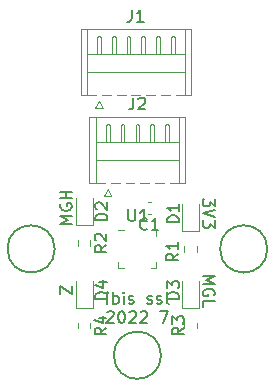
<source format=gbr>
%TF.GenerationSoftware,KiCad,Pcbnew,(6.0.5)*%
%TF.CreationDate,2022-08-05T23:57:32+09:00*%
%TF.ProjectId,ORION_enc_v1,4f52494f-4e5f-4656-9e63-5f76312e6b69,rev?*%
%TF.SameCoordinates,Original*%
%TF.FileFunction,Legend,Top*%
%TF.FilePolarity,Positive*%
%FSLAX46Y46*%
G04 Gerber Fmt 4.6, Leading zero omitted, Abs format (unit mm)*
G04 Created by KiCad (PCBNEW (6.0.5)) date 2022-08-05 23:57:32*
%MOMM*%
%LPD*%
G01*
G04 APERTURE LIST*
%ADD10C,0.150000*%
%ADD11C,0.120000*%
G04 APERTURE END LIST*
D10*
X80000000Y-64000000D02*
G75*
G03*
X80000000Y-64000000I-2000000J0D01*
G01*
X71000000Y-73000000D02*
G75*
G03*
X71000000Y-73000000I-2000000J0D01*
G01*
X62000000Y-64000000D02*
G75*
G03*
X62000000Y-64000000I-2000000J0D01*
G01*
X66452380Y-68647380D02*
X66452380Y-67980714D01*
X66452380Y-67647380D02*
X66404761Y-67695000D01*
X66452380Y-67742619D01*
X66500000Y-67695000D01*
X66452380Y-67647380D01*
X66452380Y-67742619D01*
X66928571Y-68647380D02*
X66928571Y-67647380D01*
X66928571Y-68028333D02*
X67023809Y-67980714D01*
X67214285Y-67980714D01*
X67309523Y-68028333D01*
X67357142Y-68075952D01*
X67404761Y-68171190D01*
X67404761Y-68456904D01*
X67357142Y-68552142D01*
X67309523Y-68599761D01*
X67214285Y-68647380D01*
X67023809Y-68647380D01*
X66928571Y-68599761D01*
X67833333Y-68647380D02*
X67833333Y-67980714D01*
X67833333Y-67647380D02*
X67785714Y-67695000D01*
X67833333Y-67742619D01*
X67880952Y-67695000D01*
X67833333Y-67647380D01*
X67833333Y-67742619D01*
X68261904Y-68599761D02*
X68357142Y-68647380D01*
X68547619Y-68647380D01*
X68642857Y-68599761D01*
X68690476Y-68504523D01*
X68690476Y-68456904D01*
X68642857Y-68361666D01*
X68547619Y-68314047D01*
X68404761Y-68314047D01*
X68309523Y-68266428D01*
X68261904Y-68171190D01*
X68261904Y-68123571D01*
X68309523Y-68028333D01*
X68404761Y-67980714D01*
X68547619Y-67980714D01*
X68642857Y-68028333D01*
X69833333Y-68599761D02*
X69928571Y-68647380D01*
X70119047Y-68647380D01*
X70214285Y-68599761D01*
X70261904Y-68504523D01*
X70261904Y-68456904D01*
X70214285Y-68361666D01*
X70119047Y-68314047D01*
X69976190Y-68314047D01*
X69880952Y-68266428D01*
X69833333Y-68171190D01*
X69833333Y-68123571D01*
X69880952Y-68028333D01*
X69976190Y-67980714D01*
X70119047Y-67980714D01*
X70214285Y-68028333D01*
X70642857Y-68599761D02*
X70738095Y-68647380D01*
X70928571Y-68647380D01*
X71023809Y-68599761D01*
X71071428Y-68504523D01*
X71071428Y-68456904D01*
X71023809Y-68361666D01*
X70928571Y-68314047D01*
X70785714Y-68314047D01*
X70690476Y-68266428D01*
X70642857Y-68171190D01*
X70642857Y-68123571D01*
X70690476Y-68028333D01*
X70785714Y-67980714D01*
X70928571Y-67980714D01*
X71023809Y-68028333D01*
X71642857Y-68647380D02*
X71547619Y-68599761D01*
X71500000Y-68504523D01*
X71500000Y-67647380D01*
X66428571Y-69352619D02*
X66476190Y-69305000D01*
X66571428Y-69257380D01*
X66809523Y-69257380D01*
X66904761Y-69305000D01*
X66952380Y-69352619D01*
X67000000Y-69447857D01*
X67000000Y-69543095D01*
X66952380Y-69685952D01*
X66380952Y-70257380D01*
X67000000Y-70257380D01*
X67619047Y-69257380D02*
X67714285Y-69257380D01*
X67809523Y-69305000D01*
X67857142Y-69352619D01*
X67904761Y-69447857D01*
X67952380Y-69638333D01*
X67952380Y-69876428D01*
X67904761Y-70066904D01*
X67857142Y-70162142D01*
X67809523Y-70209761D01*
X67714285Y-70257380D01*
X67619047Y-70257380D01*
X67523809Y-70209761D01*
X67476190Y-70162142D01*
X67428571Y-70066904D01*
X67380952Y-69876428D01*
X67380952Y-69638333D01*
X67428571Y-69447857D01*
X67476190Y-69352619D01*
X67523809Y-69305000D01*
X67619047Y-69257380D01*
X68333333Y-69352619D02*
X68380952Y-69305000D01*
X68476190Y-69257380D01*
X68714285Y-69257380D01*
X68809523Y-69305000D01*
X68857142Y-69352619D01*
X68904761Y-69447857D01*
X68904761Y-69543095D01*
X68857142Y-69685952D01*
X68285714Y-70257380D01*
X68904761Y-70257380D01*
X69285714Y-69352619D02*
X69333333Y-69305000D01*
X69428571Y-69257380D01*
X69666666Y-69257380D01*
X69761904Y-69305000D01*
X69809523Y-69352619D01*
X69857142Y-69447857D01*
X69857142Y-69543095D01*
X69809523Y-69685952D01*
X69238095Y-70257380D01*
X69857142Y-70257380D01*
X70952380Y-69257380D02*
X71619047Y-69257380D01*
X71190476Y-70257380D01*
X74547619Y-66261904D02*
X75547619Y-66261904D01*
X74833333Y-66595238D01*
X75547619Y-66928571D01*
X74547619Y-66928571D01*
X75500000Y-67928571D02*
X75547619Y-67833333D01*
X75547619Y-67690476D01*
X75500000Y-67547619D01*
X75404761Y-67452380D01*
X75309523Y-67404761D01*
X75119047Y-67357142D01*
X74976190Y-67357142D01*
X74785714Y-67404761D01*
X74690476Y-67452380D01*
X74595238Y-67547619D01*
X74547619Y-67690476D01*
X74547619Y-67785714D01*
X74595238Y-67928571D01*
X74642857Y-67976190D01*
X74976190Y-67976190D01*
X74976190Y-67785714D01*
X74547619Y-68880952D02*
X74547619Y-68404761D01*
X75547619Y-68404761D01*
X63452380Y-61857142D02*
X62452380Y-61857142D01*
X63166666Y-61523809D01*
X62452380Y-61190476D01*
X63452380Y-61190476D01*
X62500000Y-60190476D02*
X62452380Y-60285714D01*
X62452380Y-60428571D01*
X62500000Y-60571428D01*
X62595238Y-60666666D01*
X62690476Y-60714285D01*
X62880952Y-60761904D01*
X63023809Y-60761904D01*
X63214285Y-60714285D01*
X63309523Y-60666666D01*
X63404761Y-60571428D01*
X63452380Y-60428571D01*
X63452380Y-60333333D01*
X63404761Y-60190476D01*
X63357142Y-60142857D01*
X63023809Y-60142857D01*
X63023809Y-60333333D01*
X63452380Y-59714285D02*
X62452380Y-59714285D01*
X62928571Y-59714285D02*
X62928571Y-59142857D01*
X63452380Y-59142857D02*
X62452380Y-59142857D01*
X75547619Y-59761904D02*
X75547619Y-60380952D01*
X75166666Y-60047619D01*
X75166666Y-60190476D01*
X75119047Y-60285714D01*
X75071428Y-60333333D01*
X74976190Y-60380952D01*
X74738095Y-60380952D01*
X74642857Y-60333333D01*
X74595238Y-60285714D01*
X74547619Y-60190476D01*
X74547619Y-59904761D01*
X74595238Y-59809523D01*
X74642857Y-59761904D01*
X75547619Y-60666666D02*
X74547619Y-61000000D01*
X75547619Y-61333333D01*
X75547619Y-61571428D02*
X75547619Y-62190476D01*
X75166666Y-61857142D01*
X75166666Y-62000000D01*
X75119047Y-62095238D01*
X75071428Y-62142857D01*
X74976190Y-62190476D01*
X74738095Y-62190476D01*
X74642857Y-62142857D01*
X74595238Y-62095238D01*
X74547619Y-62000000D01*
X74547619Y-61714285D01*
X74595238Y-61619047D01*
X74642857Y-61571428D01*
X62452380Y-67833333D02*
X62452380Y-67166666D01*
X63452380Y-67833333D01*
X63452380Y-67166666D01*
%TO.C,D3*%
X72522380Y-68238095D02*
X71522380Y-68238095D01*
X71522380Y-68000000D01*
X71570000Y-67857142D01*
X71665238Y-67761904D01*
X71760476Y-67714285D01*
X71950952Y-67666666D01*
X72093809Y-67666666D01*
X72284285Y-67714285D01*
X72379523Y-67761904D01*
X72474761Y-67857142D01*
X72522380Y-68000000D01*
X72522380Y-68238095D01*
X71522380Y-67333333D02*
X71522380Y-66714285D01*
X71903333Y-67047619D01*
X71903333Y-66904761D01*
X71950952Y-66809523D01*
X71998571Y-66761904D01*
X72093809Y-66714285D01*
X72331904Y-66714285D01*
X72427142Y-66761904D01*
X72474761Y-66809523D01*
X72522380Y-66904761D01*
X72522380Y-67190476D01*
X72474761Y-67285714D01*
X72427142Y-67333333D01*
%TO.C,J1*%
X68536666Y-43752380D02*
X68536666Y-44466666D01*
X68489047Y-44609523D01*
X68393809Y-44704761D01*
X68250952Y-44752380D01*
X68155714Y-44752380D01*
X69536666Y-44752380D02*
X68965238Y-44752380D01*
X69250952Y-44752380D02*
X69250952Y-43752380D01*
X69155714Y-43895238D01*
X69060476Y-43990476D01*
X68965238Y-44038095D01*
%TO.C,D1*%
X72522380Y-61738095D02*
X71522380Y-61738095D01*
X71522380Y-61500000D01*
X71570000Y-61357142D01*
X71665238Y-61261904D01*
X71760476Y-61214285D01*
X71950952Y-61166666D01*
X72093809Y-61166666D01*
X72284285Y-61214285D01*
X72379523Y-61261904D01*
X72474761Y-61357142D01*
X72522380Y-61500000D01*
X72522380Y-61738095D01*
X72522380Y-60214285D02*
X72522380Y-60785714D01*
X72522380Y-60500000D02*
X71522380Y-60500000D01*
X71665238Y-60595238D01*
X71760476Y-60690476D01*
X71808095Y-60785714D01*
%TO.C,D4*%
X66452380Y-68238095D02*
X65452380Y-68238095D01*
X65452380Y-68000000D01*
X65500000Y-67857142D01*
X65595238Y-67761904D01*
X65690476Y-67714285D01*
X65880952Y-67666666D01*
X66023809Y-67666666D01*
X66214285Y-67714285D01*
X66309523Y-67761904D01*
X66404761Y-67857142D01*
X66452380Y-68000000D01*
X66452380Y-68238095D01*
X65785714Y-66809523D02*
X66452380Y-66809523D01*
X65404761Y-67047619D02*
X66119047Y-67285714D01*
X66119047Y-66666666D01*
%TO.C,R2*%
X66382380Y-63666666D02*
X65906190Y-64000000D01*
X66382380Y-64238095D02*
X65382380Y-64238095D01*
X65382380Y-63857142D01*
X65430000Y-63761904D01*
X65477619Y-63714285D01*
X65572857Y-63666666D01*
X65715714Y-63666666D01*
X65810952Y-63714285D01*
X65858571Y-63761904D01*
X65906190Y-63857142D01*
X65906190Y-64238095D01*
X65477619Y-63285714D02*
X65430000Y-63238095D01*
X65382380Y-63142857D01*
X65382380Y-62904761D01*
X65430000Y-62809523D01*
X65477619Y-62761904D01*
X65572857Y-62714285D01*
X65668095Y-62714285D01*
X65810952Y-62761904D01*
X66382380Y-63333333D01*
X66382380Y-62714285D01*
%TO.C,R1*%
X72452380Y-64403924D02*
X71976190Y-64737258D01*
X72452380Y-64975353D02*
X71452380Y-64975353D01*
X71452380Y-64594400D01*
X71500000Y-64499162D01*
X71547619Y-64451543D01*
X71642857Y-64403924D01*
X71785714Y-64403924D01*
X71880952Y-64451543D01*
X71928571Y-64499162D01*
X71976190Y-64594400D01*
X71976190Y-64975353D01*
X72452380Y-63451543D02*
X72452380Y-64022972D01*
X72452380Y-63737258D02*
X71452380Y-63737258D01*
X71595238Y-63832496D01*
X71690476Y-63927734D01*
X71738095Y-64022972D01*
%TO.C,J2*%
X68666666Y-51184880D02*
X68666666Y-51899166D01*
X68619047Y-52042023D01*
X68523809Y-52137261D01*
X68380952Y-52184880D01*
X68285714Y-52184880D01*
X69095238Y-51280119D02*
X69142857Y-51232500D01*
X69238095Y-51184880D01*
X69476190Y-51184880D01*
X69571428Y-51232500D01*
X69619047Y-51280119D01*
X69666666Y-51375357D01*
X69666666Y-51470595D01*
X69619047Y-51613452D01*
X69047619Y-52184880D01*
X69666666Y-52184880D01*
%TO.C,C1*%
X69833333Y-62287142D02*
X69785714Y-62334761D01*
X69642857Y-62382380D01*
X69547619Y-62382380D01*
X69404761Y-62334761D01*
X69309523Y-62239523D01*
X69261904Y-62144285D01*
X69214285Y-61953809D01*
X69214285Y-61810952D01*
X69261904Y-61620476D01*
X69309523Y-61525238D01*
X69404761Y-61430000D01*
X69547619Y-61382380D01*
X69642857Y-61382380D01*
X69785714Y-61430000D01*
X69833333Y-61477619D01*
X70785714Y-62382380D02*
X70214285Y-62382380D01*
X70500000Y-62382380D02*
X70500000Y-61382380D01*
X70404761Y-61525238D01*
X70309523Y-61620476D01*
X70214285Y-61668095D01*
%TO.C,U1*%
X68238095Y-60632380D02*
X68238095Y-61441904D01*
X68285714Y-61537142D01*
X68333333Y-61584761D01*
X68428571Y-61632380D01*
X68619047Y-61632380D01*
X68714285Y-61584761D01*
X68761904Y-61537142D01*
X68809523Y-61441904D01*
X68809523Y-60632380D01*
X69809523Y-61632380D02*
X69238095Y-61632380D01*
X69523809Y-61632380D02*
X69523809Y-60632380D01*
X69428571Y-60775238D01*
X69333333Y-60870476D01*
X69238095Y-60918095D01*
%TO.C,R4*%
X66382380Y-70666666D02*
X65906190Y-71000000D01*
X66382380Y-71238095D02*
X65382380Y-71238095D01*
X65382380Y-70857142D01*
X65430000Y-70761904D01*
X65477619Y-70714285D01*
X65572857Y-70666666D01*
X65715714Y-70666666D01*
X65810952Y-70714285D01*
X65858571Y-70761904D01*
X65906190Y-70857142D01*
X65906190Y-71238095D01*
X65715714Y-69809523D02*
X66382380Y-69809523D01*
X65334761Y-70047619D02*
X66049047Y-70285714D01*
X66049047Y-69666666D01*
%TO.C,D2*%
X66452380Y-61580595D02*
X65452380Y-61580595D01*
X65452380Y-61342500D01*
X65500000Y-61199642D01*
X65595238Y-61104404D01*
X65690476Y-61056785D01*
X65880952Y-61009166D01*
X66023809Y-61009166D01*
X66214285Y-61056785D01*
X66309523Y-61104404D01*
X66404761Y-61199642D01*
X66452380Y-61342500D01*
X66452380Y-61580595D01*
X65547619Y-60628214D02*
X65500000Y-60580595D01*
X65452380Y-60485357D01*
X65452380Y-60247261D01*
X65500000Y-60152023D01*
X65547619Y-60104404D01*
X65642857Y-60056785D01*
X65738095Y-60056785D01*
X65880952Y-60104404D01*
X66452380Y-60675833D01*
X66452380Y-60056785D01*
%TO.C,R3*%
X72952380Y-70666666D02*
X72476190Y-71000000D01*
X72952380Y-71238095D02*
X71952380Y-71238095D01*
X71952380Y-70857142D01*
X72000000Y-70761904D01*
X72047619Y-70714285D01*
X72142857Y-70666666D01*
X72285714Y-70666666D01*
X72380952Y-70714285D01*
X72428571Y-70761904D01*
X72476190Y-70857142D01*
X72476190Y-71238095D01*
X71952380Y-70333333D02*
X71952380Y-69714285D01*
X72333333Y-70047619D01*
X72333333Y-69904761D01*
X72380952Y-69809523D01*
X72428571Y-69761904D01*
X72523809Y-69714285D01*
X72761904Y-69714285D01*
X72857142Y-69761904D01*
X72904761Y-69809523D01*
X72952380Y-69904761D01*
X72952380Y-70190476D01*
X72904761Y-70285714D01*
X72857142Y-70333333D01*
D11*
%TO.C,D3*%
X72765000Y-68985000D02*
X74235000Y-68985000D01*
X72765000Y-66700000D02*
X72765000Y-68985000D01*
X74235000Y-68985000D02*
X74235000Y-66700000D01*
%TO.C,J1*%
X68100000Y-46037500D02*
X68250000Y-46000000D01*
X73010000Y-45390000D02*
X73010000Y-51010000D01*
X64740000Y-45390000D02*
X64740000Y-51010000D01*
X68500000Y-51010000D02*
X69250000Y-51010000D01*
X68400000Y-46037500D02*
X68400000Y-47500000D01*
X71850000Y-46037500D02*
X72000000Y-46000000D01*
X73560000Y-51010000D02*
X72250000Y-51010000D01*
X73560000Y-45390000D02*
X73560000Y-51010000D01*
X71750000Y-51010000D02*
X71750000Y-50960000D01*
X68100000Y-47500000D02*
X68100000Y-46037500D01*
X72250000Y-51010000D02*
X72250000Y-50960000D01*
X64190000Y-51010000D02*
X64190000Y-45390000D01*
X65750000Y-46000000D02*
X65900000Y-46037500D01*
X66050000Y-52100000D02*
X65750000Y-51500000D01*
X68500000Y-50960000D02*
X68500000Y-51010000D01*
X66850000Y-46037500D02*
X67000000Y-46000000D01*
X66000000Y-50960000D02*
X66000000Y-51010000D01*
X70900000Y-46037500D02*
X70900000Y-47500000D01*
X65750000Y-51500000D02*
X65450000Y-52100000D01*
X70500000Y-51010000D02*
X70500000Y-50960000D01*
X64740000Y-47500000D02*
X73010000Y-47500000D01*
X65500000Y-51010000D02*
X64190000Y-51010000D01*
X72000000Y-46000000D02*
X72150000Y-46037500D01*
X67250000Y-50960000D02*
X67250000Y-51010000D01*
X64190000Y-45390000D02*
X73560000Y-45390000D01*
X70600000Y-46037500D02*
X70750000Y-46000000D01*
X68250000Y-46000000D02*
X68400000Y-46037500D01*
X69750000Y-51010000D02*
X70500000Y-51010000D01*
X67250000Y-51010000D02*
X68000000Y-51010000D01*
X69350000Y-47500000D02*
X69350000Y-46037500D01*
X65900000Y-46037500D02*
X65900000Y-47500000D01*
X71850000Y-47500000D02*
X71850000Y-46037500D01*
X65500000Y-50960000D02*
X65500000Y-51010000D01*
X71000000Y-51010000D02*
X71750000Y-51010000D01*
X64740000Y-49000000D02*
X73010000Y-49000000D01*
X66750000Y-51010000D02*
X66750000Y-50960000D01*
X66000000Y-51010000D02*
X66750000Y-51010000D01*
X71000000Y-50960000D02*
X71000000Y-51010000D01*
X69500000Y-46000000D02*
X69650000Y-46037500D01*
X67150000Y-46037500D02*
X67150000Y-47500000D01*
X70600000Y-47500000D02*
X70600000Y-46037500D01*
X69350000Y-46037500D02*
X69500000Y-46000000D01*
X65450000Y-52100000D02*
X66050000Y-52100000D01*
X65600000Y-47500000D02*
X65600000Y-46037500D01*
X66850000Y-47500000D02*
X66850000Y-46037500D01*
X65600000Y-46037500D02*
X65750000Y-46000000D01*
X69650000Y-46037500D02*
X69650000Y-47500000D01*
X70750000Y-46000000D02*
X70900000Y-46037500D01*
X67000000Y-46000000D02*
X67150000Y-46037500D01*
X72150000Y-46037500D02*
X72150000Y-47500000D01*
X68000000Y-51010000D02*
X68000000Y-50960000D01*
X69750000Y-50960000D02*
X69750000Y-51010000D01*
X69250000Y-51010000D02*
X69250000Y-50960000D01*
%TO.C,D1*%
X72765000Y-62485000D02*
X74235000Y-62485000D01*
X72765000Y-60200000D02*
X72765000Y-62485000D01*
X74235000Y-62485000D02*
X74235000Y-60200000D01*
%TO.C,D4*%
X63765000Y-68985000D02*
X65235000Y-68985000D01*
X63765000Y-66700000D02*
X63765000Y-68985000D01*
X65235000Y-68985000D02*
X65235000Y-66700000D01*
%TO.C,R2*%
X65022500Y-63262742D02*
X65022500Y-63737258D01*
X63977500Y-63262742D02*
X63977500Y-63737258D01*
%TO.C,R1*%
X72977500Y-63762742D02*
X72977500Y-64237258D01*
X74022500Y-63762742D02*
X74022500Y-64237258D01*
%TO.C,J2*%
X68000000Y-58442500D02*
X68750000Y-58442500D01*
X70500000Y-58392500D02*
X70500000Y-58442500D01*
X66250000Y-58392500D02*
X66250000Y-58442500D01*
X69000000Y-53432500D02*
X69150000Y-53470000D01*
X65490000Y-56432500D02*
X72510000Y-56432500D01*
X66350000Y-53470000D02*
X66500000Y-53432500D01*
X70000000Y-58442500D02*
X70000000Y-58392500D01*
X72510000Y-52822500D02*
X72510000Y-58442500D01*
X71350000Y-53470000D02*
X71500000Y-53432500D01*
X65490000Y-52822500D02*
X65490000Y-58442500D01*
X71500000Y-53432500D02*
X71650000Y-53470000D01*
X66750000Y-58442500D02*
X67500000Y-58442500D01*
X67900000Y-53470000D02*
X67900000Y-54932500D01*
X68850000Y-54932500D02*
X68850000Y-53470000D01*
X73060000Y-52822500D02*
X73060000Y-58442500D01*
X69150000Y-53470000D02*
X69150000Y-54932500D01*
X71750000Y-58442500D02*
X71750000Y-58392500D01*
X66500000Y-53432500D02*
X66650000Y-53470000D01*
X73060000Y-58442500D02*
X71750000Y-58442500D01*
X70500000Y-58442500D02*
X71250000Y-58442500D01*
X66500000Y-58932500D02*
X66200000Y-59532500D01*
X69250000Y-58442500D02*
X70000000Y-58442500D01*
X66200000Y-59532500D02*
X66800000Y-59532500D01*
X64940000Y-52822500D02*
X73060000Y-52822500D01*
X67600000Y-53470000D02*
X67750000Y-53432500D01*
X71250000Y-58442500D02*
X71250000Y-58392500D01*
X69250000Y-58392500D02*
X69250000Y-58442500D01*
X66350000Y-54932500D02*
X66350000Y-53470000D01*
X68000000Y-58392500D02*
X68000000Y-58442500D01*
X71350000Y-54932500D02*
X71350000Y-53470000D01*
X70250000Y-53432500D02*
X70400000Y-53470000D01*
X70400000Y-53470000D02*
X70400000Y-54932500D01*
X67500000Y-58442500D02*
X67500000Y-58392500D01*
X64940000Y-58442500D02*
X64940000Y-52822500D01*
X70100000Y-54932500D02*
X70100000Y-53470000D01*
X70100000Y-53470000D02*
X70250000Y-53432500D01*
X68850000Y-53470000D02*
X69000000Y-53432500D01*
X68750000Y-58442500D02*
X68750000Y-58392500D01*
X67750000Y-53432500D02*
X67900000Y-53470000D01*
X66750000Y-58392500D02*
X66750000Y-58442500D01*
X66650000Y-53470000D02*
X66650000Y-54932500D01*
X67600000Y-54932500D02*
X67600000Y-53470000D01*
X65490000Y-54932500D02*
X72510000Y-54932500D01*
X71650000Y-53470000D02*
X71650000Y-54932500D01*
X66800000Y-59532500D02*
X66500000Y-58932500D01*
X66250000Y-58442500D02*
X64940000Y-58442500D01*
%TO.C,C1*%
X70140580Y-59990000D02*
X69859420Y-59990000D01*
X70140580Y-61010000D02*
X69859420Y-61010000D01*
%TO.C,U1*%
X67865000Y-62390000D02*
X67390000Y-62390000D01*
X67390000Y-65610000D02*
X67390000Y-65135000D01*
X70610000Y-65610000D02*
X70610000Y-65135000D01*
X70610000Y-62390000D02*
X70610000Y-62865000D01*
X67865000Y-65610000D02*
X67390000Y-65610000D01*
X70135000Y-62390000D02*
X70610000Y-62390000D01*
X70135000Y-65610000D02*
X70610000Y-65610000D01*
%TO.C,R4*%
X63977500Y-70262742D02*
X63977500Y-70737258D01*
X65022500Y-70262742D02*
X65022500Y-70737258D01*
%TO.C,D2*%
X63765000Y-61985000D02*
X65235000Y-61985000D01*
X65235000Y-61985000D02*
X65235000Y-59700000D01*
X63765000Y-59700000D02*
X63765000Y-61985000D01*
%TO.C,R3*%
X72977500Y-70262742D02*
X72977500Y-70737258D01*
X74022500Y-70262742D02*
X74022500Y-70737258D01*
%TD*%
M02*

</source>
